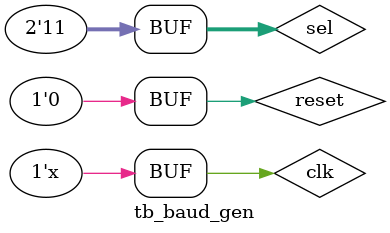
<source format=v>
`timescale 1ns / 1ns


module tb_baud_gen;

  reg clk = 0;
  reg reset;
  reg [1:0] sel;
  wire out_clk;
  

  
  baud_gen uut (
    .clk(clk),
    .reset(reset),
    .sel(sel),
    .out_clk(out_clk)
   
  );

  
  always #5 clk = ~clk;

  initial begin
    // Apply reset...115200
    reset = 1;
    sel = 2'b00;

    
    #20;
    reset = 0;

    // Observe for some time...
    #20000; 
    
    // Apply reset...38400
    reset = 1;
    sel = 2'b01;
    
    #20;
    reset = 0;
    // Observe for some time...
    #40000; 
    // Apply reset...19200
    reset = 1;
    sel = 2'b10;
    
    #20;
    reset = 0;
    #400000; 
    // Apply reset...9600
    reset = 1;
    sel = 2'b11;
    
    #20;
    reset = 0;
    // Observe for some time...
    #400000;
    
    
  end

  // Monitor The values...
  initial begin
    $display("Time\t\tclk\treset\tsel\tcounter\tout_clk");
    $monitor("%0t\t%b\t%b\t%b\t%0d\t%b", $time, clk, reset, sel, counter, out_clk);
  end

endmodule

</source>
